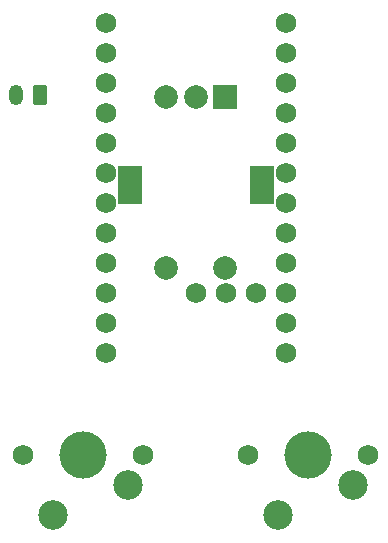
<source format=gts>
G04 #@! TF.GenerationSoftware,KiCad,Pcbnew,8.0.7*
G04 #@! TF.CreationDate,2024-12-28T18:40:06+08:00*
G04 #@! TF.ProjectId,macroknob,6d616372-6f6b-46e6-9f62-2e6b69636164,rev?*
G04 #@! TF.SameCoordinates,Original*
G04 #@! TF.FileFunction,Soldermask,Top*
G04 #@! TF.FilePolarity,Negative*
%FSLAX46Y46*%
G04 Gerber Fmt 4.6, Leading zero omitted, Abs format (unit mm)*
G04 Created by KiCad (PCBNEW 8.0.7) date 2024-12-28 18:40:06*
%MOMM*%
%LPD*%
G01*
G04 APERTURE LIST*
G04 Aperture macros list*
%AMRoundRect*
0 Rectangle with rounded corners*
0 $1 Rounding radius*
0 $2 $3 $4 $5 $6 $7 $8 $9 X,Y pos of 4 corners*
0 Add a 4 corners polygon primitive as box body*
4,1,4,$2,$3,$4,$5,$6,$7,$8,$9,$2,$3,0*
0 Add four circle primitives for the rounded corners*
1,1,$1+$1,$2,$3*
1,1,$1+$1,$4,$5*
1,1,$1+$1,$6,$7*
1,1,$1+$1,$8,$9*
0 Add four rect primitives between the rounded corners*
20,1,$1+$1,$2,$3,$4,$5,0*
20,1,$1+$1,$4,$5,$6,$7,0*
20,1,$1+$1,$6,$7,$8,$9,0*
20,1,$1+$1,$8,$9,$2,$3,0*%
G04 Aperture macros list end*
%ADD10C,2.000000*%
%ADD11R,2.000000X3.200000*%
%ADD12R,2.000000X2.000000*%
%ADD13C,1.752600*%
%ADD14C,1.750000*%
%ADD15C,4.000000*%
%ADD16C,2.500000*%
%ADD17O,1.200000X1.750000*%
%ADD18RoundRect,0.250000X0.350000X0.625000X-0.350000X0.625000X-0.350000X-0.625000X0.350000X-0.625000X0*%
G04 APERTURE END LIST*
D10*
X117435000Y-46370000D03*
X112435000Y-46370000D03*
D11*
X109335000Y-39370000D03*
X120535000Y-39370000D03*
D10*
X114935000Y-31870000D03*
X112435000Y-31870000D03*
D12*
X117435000Y-31870000D03*
D13*
X114935000Y-48495000D03*
X117475000Y-48495000D03*
X120015000Y-48495000D03*
X107315000Y-25635000D03*
X107315000Y-28175000D03*
X107315000Y-30715000D03*
X107315000Y-33255000D03*
X107315000Y-35795000D03*
X107315000Y-38335000D03*
X107315000Y-40875000D03*
X107315000Y-43415000D03*
X107315000Y-45955000D03*
X107315000Y-48495000D03*
X107315000Y-51035000D03*
X107315000Y-53575000D03*
X122555000Y-53575000D03*
X122555000Y-51035000D03*
X122555000Y-48495000D03*
X122555000Y-45955000D03*
X122555000Y-43415000D03*
X122555000Y-40875000D03*
X122555000Y-38335000D03*
X122555000Y-35795000D03*
X122555000Y-33255000D03*
X122555000Y-30715000D03*
X122555000Y-28175000D03*
X122555000Y-25635000D03*
D14*
X119380000Y-62230000D03*
X129540000Y-62230000D03*
D15*
X124460000Y-62230000D03*
D16*
X121920000Y-67310000D03*
X128270000Y-64770000D03*
X109220000Y-64770000D03*
X102870000Y-67310000D03*
D15*
X105410000Y-62230000D03*
D14*
X110490000Y-62230000D03*
X100330000Y-62230000D03*
D17*
X99735086Y-31750000D03*
D18*
X101735086Y-31750000D03*
M02*

</source>
